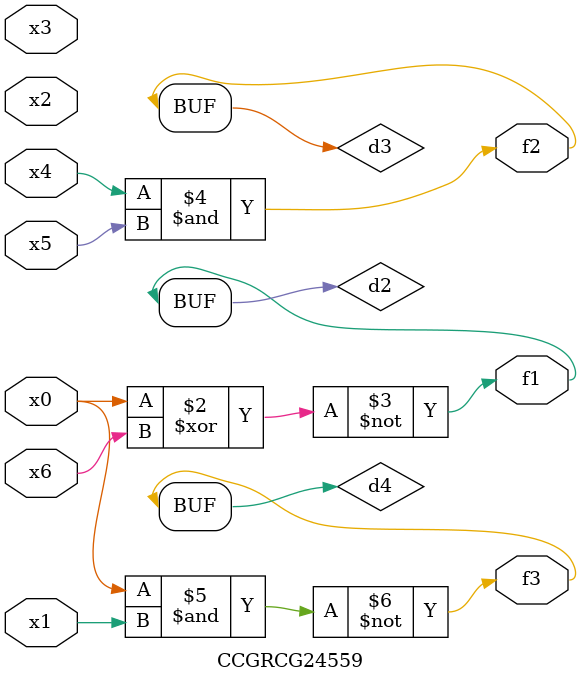
<source format=v>
module CCGRCG24559(
	input x0, x1, x2, x3, x4, x5, x6,
	output f1, f2, f3
);

	wire d1, d2, d3, d4;

	nor (d1, x0);
	xnor (d2, x0, x6);
	and (d3, x4, x5);
	nand (d4, x0, x1);
	assign f1 = d2;
	assign f2 = d3;
	assign f3 = d4;
endmodule

</source>
